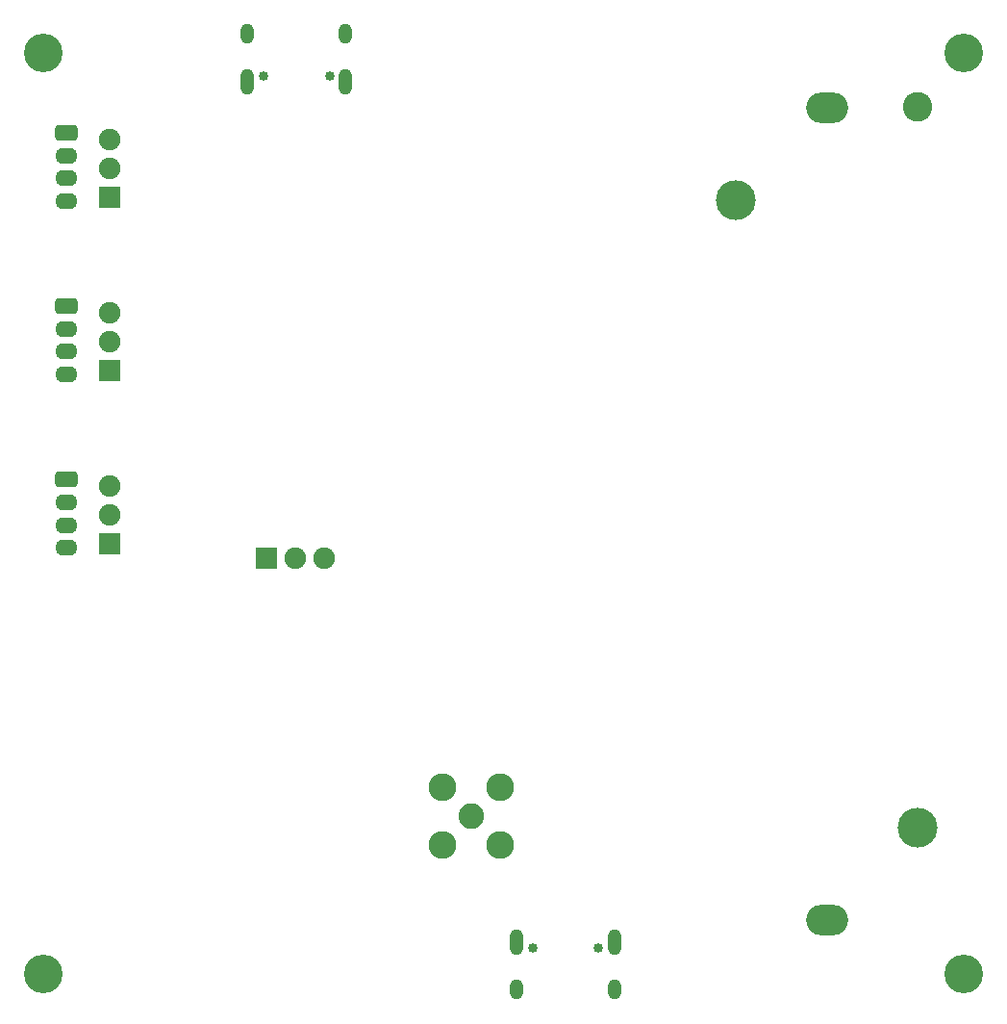
<source format=gbr>
%TF.GenerationSoftware,KiCad,Pcbnew,9.0.2*%
%TF.CreationDate,2025-12-08T13:49:20-08:00*%
%TF.ProjectId,BLV_PCB,424c565f-5043-4422-9e6b-696361645f70,rev?*%
%TF.SameCoordinates,Original*%
%TF.FileFunction,Soldermask,Bot*%
%TF.FilePolarity,Negative*%
%FSLAX46Y46*%
G04 Gerber Fmt 4.6, Leading zero omitted, Abs format (unit mm)*
G04 Created by KiCad (PCBNEW 9.0.2) date 2025-12-08 13:49:20*
%MOMM*%
%LPD*%
G01*
G04 APERTURE LIST*
G04 Aperture macros list*
%AMRoundRect*
0 Rectangle with rounded corners*
0 $1 Rounding radius*
0 $2 $3 $4 $5 $6 $7 $8 $9 X,Y pos of 4 corners*
0 Add a 4 corners polygon primitive as box body*
4,1,4,$2,$3,$4,$5,$6,$7,$8,$9,$2,$3,0*
0 Add four circle primitives for the rounded corners*
1,1,$1+$1,$2,$3*
1,1,$1+$1,$4,$5*
1,1,$1+$1,$6,$7*
1,1,$1+$1,$8,$9*
0 Add four rect primitives between the rounded corners*
20,1,$1+$1,$2,$3,$4,$5,0*
20,1,$1+$1,$4,$5,$6,$7,0*
20,1,$1+$1,$6,$7,$8,$9,0*
20,1,$1+$1,$8,$9,$2,$3,0*%
G04 Aperture macros list end*
%ADD10C,3.400000*%
%ADD11RoundRect,0.291666X-0.683334X0.408334X-0.683334X-0.408334X0.683334X-0.408334X0.683334X0.408334X0*%
%ADD12O,1.950000X1.400000*%
%ADD13RoundRect,0.100000X0.850000X0.850000X-0.850000X0.850000X-0.850000X-0.850000X0.850000X-0.850000X0*%
%ADD14C,1.900000*%
%ADD15C,0.850000*%
%ADD16O,1.200000X2.300000*%
%ADD17O,1.200000X1.800000*%
%ADD18C,3.500000*%
%ADD19C,2.600000*%
%ADD20O,3.700000X2.700000*%
%ADD21RoundRect,0.100000X0.850000X-0.850000X0.850000X0.850000X-0.850000X0.850000X-0.850000X-0.850000X0*%
%ADD22C,2.250000*%
%ADD23C,2.450000*%
G04 APERTURE END LIST*
D10*
%TO.C,H4*%
X134500000Y-125500000D03*
%TD*%
%TO.C,H3*%
X215500000Y-125500000D03*
%TD*%
%TO.C,H2*%
X215500000Y-44500000D03*
%TD*%
D11*
%TO.C,J3*%
X136500000Y-82000000D03*
D12*
X136500000Y-84000000D03*
X136500000Y-86000000D03*
X136500000Y-88000000D03*
%TD*%
D11*
%TO.C,J2*%
X136500000Y-66740000D03*
D12*
X136500000Y-68740000D03*
X136500000Y-70740000D03*
X136500000Y-72740000D03*
%TD*%
D13*
%TO.C,J6*%
X140350000Y-87660000D03*
D14*
X140350000Y-85120000D03*
X140350000Y-82580000D03*
%TD*%
D15*
%TO.C,J10*%
X177610000Y-123200000D03*
X183390000Y-123200000D03*
D16*
X176180000Y-122670000D03*
D17*
X176180000Y-126850000D03*
D16*
X184820000Y-122670000D03*
D17*
X184820000Y-126850000D03*
%TD*%
D18*
%TO.C,U4*%
X211500000Y-112600000D03*
X195500000Y-57400000D03*
D19*
X211500000Y-49200000D03*
D20*
X203500000Y-120720000D03*
X203500000Y-49280000D03*
%TD*%
D13*
%TO.C,J5*%
X140350000Y-72420000D03*
D14*
X140350000Y-69880000D03*
X140350000Y-67340000D03*
%TD*%
D15*
%TO.C,J8*%
X159690000Y-46460000D03*
X153910000Y-46460000D03*
D16*
X161120000Y-46990000D03*
D17*
X161120000Y-42810000D03*
D16*
X152480000Y-46990000D03*
D17*
X152480000Y-42810000D03*
%TD*%
D21*
%TO.C,J7*%
X154160000Y-88900000D03*
D14*
X156700000Y-88900000D03*
X159240000Y-88900000D03*
%TD*%
D13*
%TO.C,J4*%
X140350000Y-57180000D03*
D14*
X140350000Y-54640000D03*
X140350000Y-52100000D03*
%TD*%
D11*
%TO.C,J1*%
X136500000Y-51500000D03*
D12*
X136500000Y-53500000D03*
X136500000Y-55500000D03*
X136500000Y-57500000D03*
%TD*%
D22*
%TO.C,J12*%
X172200000Y-111600000D03*
D23*
X169660000Y-109060000D03*
X169660000Y-114140000D03*
X174740000Y-109060000D03*
X174740000Y-114140000D03*
%TD*%
D10*
%TO.C,H1*%
X134500000Y-44500000D03*
%TD*%
M02*

</source>
